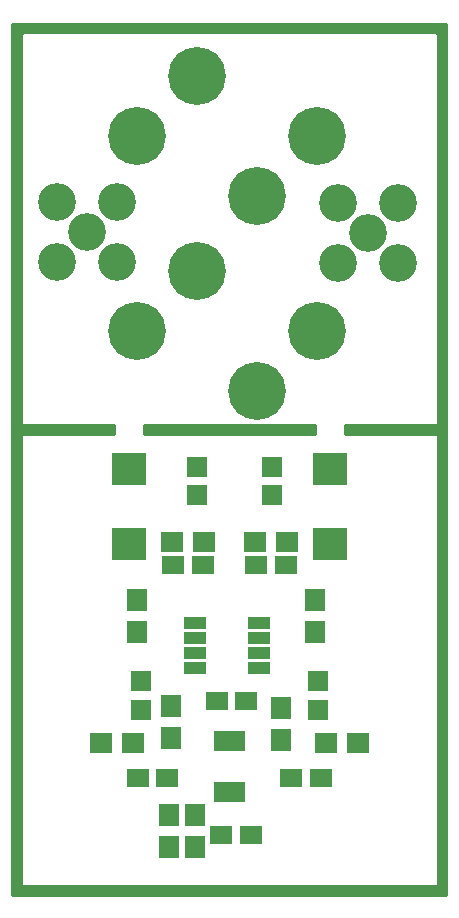
<source format=gts>
G04 #@! TF.FileFunction,Soldermask,Top*
%FSLAX46Y46*%
G04 Gerber Fmt 4.6, Leading zero omitted, Abs format (unit mm)*
G04 Created by KiCad (PCBNEW 4.0.6) date 01/05/18 17:09:47*
%MOMM*%
%LPD*%
G01*
G04 APERTURE LIST*
%ADD10C,0.100000*%
%ADD11R,1.900000X1.650000*%
%ADD12R,1.797000X1.750000*%
%ADD13C,3.200000*%
%ADD14R,2.900000X2.800000*%
%ADD15R,1.900000X1.700000*%
%ADD16R,1.700000X1.900000*%
%ADD17R,1.950000X1.000000*%
%ADD18R,0.800000X1.750000*%
%ADD19C,4.900000*%
%ADD20C,0.254000*%
G04 APERTURE END LIST*
D10*
D11*
X131970000Y-89720000D03*
X129470000Y-89720000D03*
X124970000Y-89720000D03*
X122470000Y-89720000D03*
X128631000Y-101219000D03*
X126131000Y-101219000D03*
X132470000Y-107720000D03*
X134970000Y-107720000D03*
X119470000Y-107720000D03*
X121970000Y-107720000D03*
X129012000Y-112522000D03*
X126512000Y-112522000D03*
D12*
X130810000Y-81350000D03*
X130810000Y-83750000D03*
X124460000Y-81350000D03*
X124460000Y-83750000D03*
X119720000Y-101920000D03*
X119720000Y-99520000D03*
X134720000Y-101920000D03*
X134720000Y-99520000D03*
D13*
X138938000Y-61595000D03*
X136398000Y-59055000D03*
X141478000Y-59055000D03*
X141478000Y-64135000D03*
X136398000Y-64135000D03*
X115189000Y-61468000D03*
X117729000Y-58928000D03*
X117729000Y-64008000D03*
X112649000Y-64008000D03*
X112649000Y-58928000D03*
D14*
X135720000Y-87870000D03*
X135720000Y-81570000D03*
X118720000Y-81570000D03*
X118720000Y-87870000D03*
D15*
X132070000Y-87720000D03*
X129370000Y-87720000D03*
X125070000Y-87720000D03*
X122370000Y-87720000D03*
D16*
X134493000Y-92630000D03*
X134493000Y-95330000D03*
X119380000Y-92630000D03*
X119380000Y-95330000D03*
X131572000Y-104474000D03*
X131572000Y-101774000D03*
X122301000Y-104347000D03*
X122301000Y-101647000D03*
D15*
X135370000Y-104720000D03*
X138070000Y-104720000D03*
X116370000Y-104720000D03*
X119070000Y-104720000D03*
D16*
X122120000Y-113570000D03*
X122120000Y-110870000D03*
X124320000Y-113570000D03*
X124320000Y-110870000D03*
D17*
X129700000Y-98425000D03*
X129700000Y-97155000D03*
X129700000Y-95885000D03*
X129700000Y-94615000D03*
X124300000Y-94615000D03*
X124300000Y-95885000D03*
X124300000Y-97155000D03*
X124300000Y-98425000D03*
D18*
X128195000Y-108870000D03*
X128195000Y-104570000D03*
X127545000Y-108870000D03*
X127545000Y-104570000D03*
X126895000Y-108870000D03*
X126895000Y-104570000D03*
X126245000Y-108870000D03*
X126245000Y-104570000D03*
D19*
X124460000Y-48260000D03*
X119380000Y-53340000D03*
X129540000Y-58420000D03*
X134620000Y-53340000D03*
X129540000Y-74930000D03*
X134620000Y-69850000D03*
X124460000Y-64770000D03*
X119380000Y-69850000D03*
D20*
G36*
X145593000Y-117593000D02*
X108847000Y-117593000D01*
X108847000Y-44720000D01*
X109593000Y-44720000D01*
X109593000Y-77720000D01*
X109603006Y-77769410D01*
X109631447Y-77811035D01*
X109673841Y-77838315D01*
X109720000Y-77847000D01*
X117443000Y-77847000D01*
X117443000Y-78593000D01*
X109720000Y-78593000D01*
X109670590Y-78603006D01*
X109628965Y-78631447D01*
X109601685Y-78673841D01*
X109593000Y-78720000D01*
X109593000Y-116720000D01*
X109603006Y-116769410D01*
X109631447Y-116811035D01*
X109673841Y-116838315D01*
X109720000Y-116847000D01*
X144720000Y-116847000D01*
X144769410Y-116836994D01*
X144811035Y-116808553D01*
X144838315Y-116766159D01*
X144847000Y-116720000D01*
X144847000Y-78720000D01*
X144836994Y-78670590D01*
X144808553Y-78628965D01*
X144766159Y-78601685D01*
X144720000Y-78593000D01*
X136997000Y-78593000D01*
X136997000Y-77847000D01*
X144720000Y-77847000D01*
X144769410Y-77836994D01*
X144811035Y-77808553D01*
X144838315Y-77766159D01*
X144847000Y-77720000D01*
X144847000Y-44720000D01*
X144836994Y-44670590D01*
X144808553Y-44628965D01*
X144766159Y-44601685D01*
X144720000Y-44593000D01*
X109720000Y-44593000D01*
X109670590Y-44603006D01*
X109628965Y-44631447D01*
X109601685Y-44673841D01*
X109593000Y-44720000D01*
X108847000Y-44720000D01*
X108847000Y-43847000D01*
X145593000Y-43847000D01*
X145593000Y-117593000D01*
X145593000Y-117593000D01*
G37*
X145593000Y-117593000D02*
X108847000Y-117593000D01*
X108847000Y-44720000D01*
X109593000Y-44720000D01*
X109593000Y-77720000D01*
X109603006Y-77769410D01*
X109631447Y-77811035D01*
X109673841Y-77838315D01*
X109720000Y-77847000D01*
X117443000Y-77847000D01*
X117443000Y-78593000D01*
X109720000Y-78593000D01*
X109670590Y-78603006D01*
X109628965Y-78631447D01*
X109601685Y-78673841D01*
X109593000Y-78720000D01*
X109593000Y-116720000D01*
X109603006Y-116769410D01*
X109631447Y-116811035D01*
X109673841Y-116838315D01*
X109720000Y-116847000D01*
X144720000Y-116847000D01*
X144769410Y-116836994D01*
X144811035Y-116808553D01*
X144838315Y-116766159D01*
X144847000Y-116720000D01*
X144847000Y-78720000D01*
X144836994Y-78670590D01*
X144808553Y-78628965D01*
X144766159Y-78601685D01*
X144720000Y-78593000D01*
X136997000Y-78593000D01*
X136997000Y-77847000D01*
X144720000Y-77847000D01*
X144769410Y-77836994D01*
X144811035Y-77808553D01*
X144838315Y-77766159D01*
X144847000Y-77720000D01*
X144847000Y-44720000D01*
X144836994Y-44670590D01*
X144808553Y-44628965D01*
X144766159Y-44601685D01*
X144720000Y-44593000D01*
X109720000Y-44593000D01*
X109670590Y-44603006D01*
X109628965Y-44631447D01*
X109601685Y-44673841D01*
X109593000Y-44720000D01*
X108847000Y-44720000D01*
X108847000Y-43847000D01*
X145593000Y-43847000D01*
X145593000Y-117593000D01*
G36*
X134443000Y-78593000D02*
X119997000Y-78593000D01*
X119997000Y-77847000D01*
X134443000Y-77847000D01*
X134443000Y-78593000D01*
X134443000Y-78593000D01*
G37*
X134443000Y-78593000D02*
X119997000Y-78593000D01*
X119997000Y-77847000D01*
X134443000Y-77847000D01*
X134443000Y-78593000D01*
M02*

</source>
